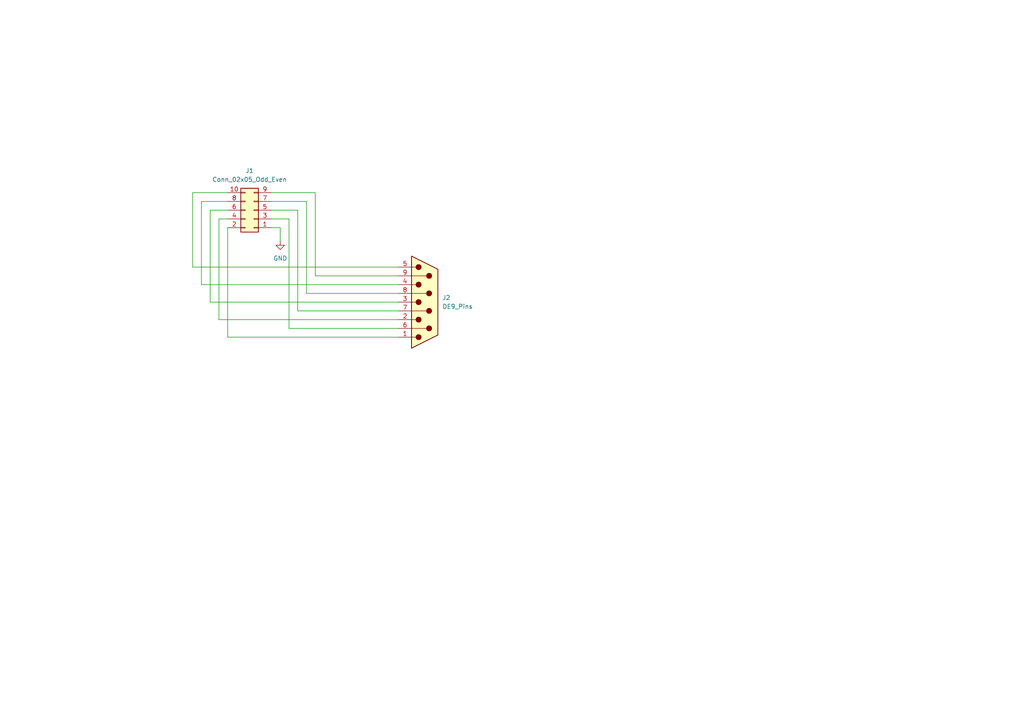
<source format=kicad_sch>
(kicad_sch
	(version 20250114)
	(generator "eeschema")
	(generator_version "9.0")
	(uuid "fcdc76af-f8dc-40a2-9790-a824fa16b307")
	(paper "A4")
	(lib_symbols
		(symbol "Connector:DE9_Pins"
			(pin_names
				(offset 1.016)
				(hide yes)
			)
			(exclude_from_sim no)
			(in_bom yes)
			(on_board yes)
			(property "Reference" "J"
				(at 0 13.97 0)
				(effects
					(font
						(size 1.27 1.27)
					)
				)
			)
			(property "Value" "DE9_Pins"
				(at 0 -14.605 0)
				(effects
					(font
						(size 1.27 1.27)
					)
				)
			)
			(property "Footprint" ""
				(at 0 0 0)
				(effects
					(font
						(size 1.27 1.27)
					)
					(hide yes)
				)
			)
			(property "Datasheet" "~"
				(at 0 0 0)
				(effects
					(font
						(size 1.27 1.27)
					)
					(hide yes)
				)
			)
			(property "Description" "9-pin D-SUB connector, pins (male)"
				(at 0 0 0)
				(effects
					(font
						(size 1.27 1.27)
					)
					(hide yes)
				)
			)
			(property "ki_keywords" "DSUB DB9"
				(at 0 0 0)
				(effects
					(font
						(size 1.27 1.27)
					)
					(hide yes)
				)
			)
			(property "ki_fp_filters" "DSUB*Pins*"
				(at 0 0 0)
				(effects
					(font
						(size 1.27 1.27)
					)
					(hide yes)
				)
			)
			(symbol "DE9_Pins_0_1"
				(polyline
					(pts
						(xy -3.81 10.16) (xy -2.54 10.16)
					)
					(stroke
						(width 0)
						(type default)
					)
					(fill
						(type none)
					)
				)
				(polyline
					(pts
						(xy -3.81 7.62) (xy 0.508 7.62)
					)
					(stroke
						(width 0)
						(type default)
					)
					(fill
						(type none)
					)
				)
				(polyline
					(pts
						(xy -3.81 5.08) (xy -2.54 5.08)
					)
					(stroke
						(width 0)
						(type default)
					)
					(fill
						(type none)
					)
				)
				(polyline
					(pts
						(xy -3.81 2.54) (xy 0.508 2.54)
					)
					(stroke
						(width 0)
						(type default)
					)
					(fill
						(type none)
					)
				)
				(polyline
					(pts
						(xy -3.81 0) (xy -2.54 0)
					)
					(stroke
						(width 0)
						(type default)
					)
					(fill
						(type none)
					)
				)
				(polyline
					(pts
						(xy -3.81 -2.54) (xy 0.508 -2.54)
					)
					(stroke
						(width 0)
						(type default)
					)
					(fill
						(type none)
					)
				)
				(polyline
					(pts
						(xy -3.81 -5.08) (xy -2.54 -5.08)
					)
					(stroke
						(width 0)
						(type default)
					)
					(fill
						(type none)
					)
				)
				(polyline
					(pts
						(xy -3.81 -7.62) (xy 0.508 -7.62)
					)
					(stroke
						(width 0)
						(type default)
					)
					(fill
						(type none)
					)
				)
				(polyline
					(pts
						(xy -3.81 -10.16) (xy -2.54 -10.16)
					)
					(stroke
						(width 0)
						(type default)
					)
					(fill
						(type none)
					)
				)
				(polyline
					(pts
						(xy -3.81 -13.335) (xy -3.81 13.335) (xy 3.81 9.525) (xy 3.81 -9.525) (xy -3.81 -13.335)
					)
					(stroke
						(width 0.254)
						(type default)
					)
					(fill
						(type background)
					)
				)
				(circle
					(center -1.778 10.16)
					(radius 0.762)
					(stroke
						(width 0)
						(type default)
					)
					(fill
						(type outline)
					)
				)
				(circle
					(center -1.778 5.08)
					(radius 0.762)
					(stroke
						(width 0)
						(type default)
					)
					(fill
						(type outline)
					)
				)
				(circle
					(center -1.778 0)
					(radius 0.762)
					(stroke
						(width 0)
						(type default)
					)
					(fill
						(type outline)
					)
				)
				(circle
					(center -1.778 -5.08)
					(radius 0.762)
					(stroke
						(width 0)
						(type default)
					)
					(fill
						(type outline)
					)
				)
				(circle
					(center -1.778 -10.16)
					(radius 0.762)
					(stroke
						(width 0)
						(type default)
					)
					(fill
						(type outline)
					)
				)
				(circle
					(center 1.27 7.62)
					(radius 0.762)
					(stroke
						(width 0)
						(type default)
					)
					(fill
						(type outline)
					)
				)
				(circle
					(center 1.27 2.54)
					(radius 0.762)
					(stroke
						(width 0)
						(type default)
					)
					(fill
						(type outline)
					)
				)
				(circle
					(center 1.27 -2.54)
					(radius 0.762)
					(stroke
						(width 0)
						(type default)
					)
					(fill
						(type outline)
					)
				)
				(circle
					(center 1.27 -7.62)
					(radius 0.762)
					(stroke
						(width 0)
						(type default)
					)
					(fill
						(type outline)
					)
				)
			)
			(symbol "DE9_Pins_1_1"
				(pin passive line
					(at -7.62 10.16 0)
					(length 3.81)
					(name "5"
						(effects
							(font
								(size 1.27 1.27)
							)
						)
					)
					(number "5"
						(effects
							(font
								(size 1.27 1.27)
							)
						)
					)
				)
				(pin passive line
					(at -7.62 7.62 0)
					(length 3.81)
					(name "9"
						(effects
							(font
								(size 1.27 1.27)
							)
						)
					)
					(number "9"
						(effects
							(font
								(size 1.27 1.27)
							)
						)
					)
				)
				(pin passive line
					(at -7.62 5.08 0)
					(length 3.81)
					(name "4"
						(effects
							(font
								(size 1.27 1.27)
							)
						)
					)
					(number "4"
						(effects
							(font
								(size 1.27 1.27)
							)
						)
					)
				)
				(pin passive line
					(at -7.62 2.54 0)
					(length 3.81)
					(name "8"
						(effects
							(font
								(size 1.27 1.27)
							)
						)
					)
					(number "8"
						(effects
							(font
								(size 1.27 1.27)
							)
						)
					)
				)
				(pin passive line
					(at -7.62 0 0)
					(length 3.81)
					(name "3"
						(effects
							(font
								(size 1.27 1.27)
							)
						)
					)
					(number "3"
						(effects
							(font
								(size 1.27 1.27)
							)
						)
					)
				)
				(pin passive line
					(at -7.62 -2.54 0)
					(length 3.81)
					(name "7"
						(effects
							(font
								(size 1.27 1.27)
							)
						)
					)
					(number "7"
						(effects
							(font
								(size 1.27 1.27)
							)
						)
					)
				)
				(pin passive line
					(at -7.62 -5.08 0)
					(length 3.81)
					(name "2"
						(effects
							(font
								(size 1.27 1.27)
							)
						)
					)
					(number "2"
						(effects
							(font
								(size 1.27 1.27)
							)
						)
					)
				)
				(pin passive line
					(at -7.62 -7.62 0)
					(length 3.81)
					(name "6"
						(effects
							(font
								(size 1.27 1.27)
							)
						)
					)
					(number "6"
						(effects
							(font
								(size 1.27 1.27)
							)
						)
					)
				)
				(pin passive line
					(at -7.62 -10.16 0)
					(length 3.81)
					(name "1"
						(effects
							(font
								(size 1.27 1.27)
							)
						)
					)
					(number "1"
						(effects
							(font
								(size 1.27 1.27)
							)
						)
					)
				)
			)
			(embedded_fonts no)
		)
		(symbol "Connector_Generic:Conn_02x05_Odd_Even"
			(pin_names
				(offset 1.016)
				(hide yes)
			)
			(exclude_from_sim no)
			(in_bom yes)
			(on_board yes)
			(property "Reference" "J"
				(at 1.27 7.62 0)
				(effects
					(font
						(size 1.27 1.27)
					)
				)
			)
			(property "Value" "Conn_02x05_Odd_Even"
				(at 1.27 -7.62 0)
				(effects
					(font
						(size 1.27 1.27)
					)
				)
			)
			(property "Footprint" ""
				(at 0 0 0)
				(effects
					(font
						(size 1.27 1.27)
					)
					(hide yes)
				)
			)
			(property "Datasheet" "~"
				(at 0 0 0)
				(effects
					(font
						(size 1.27 1.27)
					)
					(hide yes)
				)
			)
			(property "Description" "Generic connector, double row, 02x05, odd/even pin numbering scheme (row 1 odd numbers, row 2 even numbers), script generated (kicad-library-utils/schlib/autogen/connector/)"
				(at 0 0 0)
				(effects
					(font
						(size 1.27 1.27)
					)
					(hide yes)
				)
			)
			(property "ki_keywords" "connector"
				(at 0 0 0)
				(effects
					(font
						(size 1.27 1.27)
					)
					(hide yes)
				)
			)
			(property "ki_fp_filters" "Connector*:*_2x??_*"
				(at 0 0 0)
				(effects
					(font
						(size 1.27 1.27)
					)
					(hide yes)
				)
			)
			(symbol "Conn_02x05_Odd_Even_1_1"
				(rectangle
					(start -1.27 6.35)
					(end 3.81 -6.35)
					(stroke
						(width 0.254)
						(type default)
					)
					(fill
						(type background)
					)
				)
				(rectangle
					(start -1.27 5.207)
					(end 0 4.953)
					(stroke
						(width 0.1524)
						(type default)
					)
					(fill
						(type none)
					)
				)
				(rectangle
					(start -1.27 2.667)
					(end 0 2.413)
					(stroke
						(width 0.1524)
						(type default)
					)
					(fill
						(type none)
					)
				)
				(rectangle
					(start -1.27 0.127)
					(end 0 -0.127)
					(stroke
						(width 0.1524)
						(type default)
					)
					(fill
						(type none)
					)
				)
				(rectangle
					(start -1.27 -2.413)
					(end 0 -2.667)
					(stroke
						(width 0.1524)
						(type default)
					)
					(fill
						(type none)
					)
				)
				(rectangle
					(start -1.27 -4.953)
					(end 0 -5.207)
					(stroke
						(width 0.1524)
						(type default)
					)
					(fill
						(type none)
					)
				)
				(rectangle
					(start 3.81 5.207)
					(end 2.54 4.953)
					(stroke
						(width 0.1524)
						(type default)
					)
					(fill
						(type none)
					)
				)
				(rectangle
					(start 3.81 2.667)
					(end 2.54 2.413)
					(stroke
						(width 0.1524)
						(type default)
					)
					(fill
						(type none)
					)
				)
				(rectangle
					(start 3.81 0.127)
					(end 2.54 -0.127)
					(stroke
						(width 0.1524)
						(type default)
					)
					(fill
						(type none)
					)
				)
				(rectangle
					(start 3.81 -2.413)
					(end 2.54 -2.667)
					(stroke
						(width 0.1524)
						(type default)
					)
					(fill
						(type none)
					)
				)
				(rectangle
					(start 3.81 -4.953)
					(end 2.54 -5.207)
					(stroke
						(width 0.1524)
						(type default)
					)
					(fill
						(type none)
					)
				)
				(pin passive line
					(at -5.08 5.08 0)
					(length 3.81)
					(name "Pin_1"
						(effects
							(font
								(size 1.27 1.27)
							)
						)
					)
					(number "1"
						(effects
							(font
								(size 1.27 1.27)
							)
						)
					)
				)
				(pin passive line
					(at -5.08 2.54 0)
					(length 3.81)
					(name "Pin_3"
						(effects
							(font
								(size 1.27 1.27)
							)
						)
					)
					(number "3"
						(effects
							(font
								(size 1.27 1.27)
							)
						)
					)
				)
				(pin passive line
					(at -5.08 0 0)
					(length 3.81)
					(name "Pin_5"
						(effects
							(font
								(size 1.27 1.27)
							)
						)
					)
					(number "5"
						(effects
							(font
								(size 1.27 1.27)
							)
						)
					)
				)
				(pin passive line
					(at -5.08 -2.54 0)
					(length 3.81)
					(name "Pin_7"
						(effects
							(font
								(size 1.27 1.27)
							)
						)
					)
					(number "7"
						(effects
							(font
								(size 1.27 1.27)
							)
						)
					)
				)
				(pin passive line
					(at -5.08 -5.08 0)
					(length 3.81)
					(name "Pin_9"
						(effects
							(font
								(size 1.27 1.27)
							)
						)
					)
					(number "9"
						(effects
							(font
								(size 1.27 1.27)
							)
						)
					)
				)
				(pin passive line
					(at 7.62 5.08 180)
					(length 3.81)
					(name "Pin_2"
						(effects
							(font
								(size 1.27 1.27)
							)
						)
					)
					(number "2"
						(effects
							(font
								(size 1.27 1.27)
							)
						)
					)
				)
				(pin passive line
					(at 7.62 2.54 180)
					(length 3.81)
					(name "Pin_4"
						(effects
							(font
								(size 1.27 1.27)
							)
						)
					)
					(number "4"
						(effects
							(font
								(size 1.27 1.27)
							)
						)
					)
				)
				(pin passive line
					(at 7.62 0 180)
					(length 3.81)
					(name "Pin_6"
						(effects
							(font
								(size 1.27 1.27)
							)
						)
					)
					(number "6"
						(effects
							(font
								(size 1.27 1.27)
							)
						)
					)
				)
				(pin passive line
					(at 7.62 -2.54 180)
					(length 3.81)
					(name "Pin_8"
						(effects
							(font
								(size 1.27 1.27)
							)
						)
					)
					(number "8"
						(effects
							(font
								(size 1.27 1.27)
							)
						)
					)
				)
				(pin passive line
					(at 7.62 -5.08 180)
					(length 3.81)
					(name "Pin_10"
						(effects
							(font
								(size 1.27 1.27)
							)
						)
					)
					(number "10"
						(effects
							(font
								(size 1.27 1.27)
							)
						)
					)
				)
			)
			(embedded_fonts no)
		)
		(symbol "power:GND"
			(power)
			(pin_numbers
				(hide yes)
			)
			(pin_names
				(offset 0)
				(hide yes)
			)
			(exclude_from_sim no)
			(in_bom yes)
			(on_board yes)
			(property "Reference" "#PWR"
				(at 0 -6.35 0)
				(effects
					(font
						(size 1.27 1.27)
					)
					(hide yes)
				)
			)
			(property "Value" "GND"
				(at 0 -3.81 0)
				(effects
					(font
						(size 1.27 1.27)
					)
				)
			)
			(property "Footprint" ""
				(at 0 0 0)
				(effects
					(font
						(size 1.27 1.27)
					)
					(hide yes)
				)
			)
			(property "Datasheet" ""
				(at 0 0 0)
				(effects
					(font
						(size 1.27 1.27)
					)
					(hide yes)
				)
			)
			(property "Description" "Power symbol creates a global label with name \"GND\" , ground"
				(at 0 0 0)
				(effects
					(font
						(size 1.27 1.27)
					)
					(hide yes)
				)
			)
			(property "ki_keywords" "global power"
				(at 0 0 0)
				(effects
					(font
						(size 1.27 1.27)
					)
					(hide yes)
				)
			)
			(symbol "GND_0_1"
				(polyline
					(pts
						(xy 0 0) (xy 0 -1.27) (xy 1.27 -1.27) (xy 0 -2.54) (xy -1.27 -1.27) (xy 0 -1.27)
					)
					(stroke
						(width 0)
						(type default)
					)
					(fill
						(type none)
					)
				)
			)
			(symbol "GND_1_1"
				(pin power_in line
					(at 0 0 270)
					(length 0)
					(name "~"
						(effects
							(font
								(size 1.27 1.27)
							)
						)
					)
					(number "1"
						(effects
							(font
								(size 1.27 1.27)
							)
						)
					)
				)
			)
			(embedded_fonts no)
		)
	)
	(wire
		(pts
			(xy 66.04 63.5) (xy 63.5 63.5)
		)
		(stroke
			(width 0)
			(type default)
		)
		(uuid "06ac544a-51a8-454a-a455-1b1fbbfb4ac3")
	)
	(wire
		(pts
			(xy 86.36 90.17) (xy 115.57 90.17)
		)
		(stroke
			(width 0)
			(type default)
		)
		(uuid "08e58baf-0a9d-4add-97c5-f8397cb76bf8")
	)
	(wire
		(pts
			(xy 63.5 63.5) (xy 63.5 92.71)
		)
		(stroke
			(width 0)
			(type default)
		)
		(uuid "0f1a4af2-8c03-41a8-8450-4d13d837a4a8")
	)
	(wire
		(pts
			(xy 78.74 58.42) (xy 88.9 58.42)
		)
		(stroke
			(width 0)
			(type default)
		)
		(uuid "0ff0f0bb-ed02-4726-a5ff-d70f1ba2f07b")
	)
	(wire
		(pts
			(xy 91.44 55.88) (xy 91.44 80.01)
		)
		(stroke
			(width 0)
			(type default)
		)
		(uuid "13940cb5-55bb-48b4-b826-a3848eba816d")
	)
	(wire
		(pts
			(xy 66.04 58.42) (xy 58.42 58.42)
		)
		(stroke
			(width 0)
			(type default)
		)
		(uuid "180340f3-7388-4a81-970f-d77e9c604f6b")
	)
	(wire
		(pts
			(xy 58.42 82.55) (xy 115.57 82.55)
		)
		(stroke
			(width 0)
			(type default)
		)
		(uuid "1ecfcff1-ae74-4df7-9017-8d125061ee0e")
	)
	(wire
		(pts
			(xy 83.82 63.5) (xy 83.82 95.25)
		)
		(stroke
			(width 0)
			(type default)
		)
		(uuid "271ecd13-4e8e-47b0-bbe7-1972ec001935")
	)
	(wire
		(pts
			(xy 55.88 77.47) (xy 115.57 77.47)
		)
		(stroke
			(width 0)
			(type default)
		)
		(uuid "28f6f2d0-07ab-4dc7-9214-0ef6b0863c11")
	)
	(wire
		(pts
			(xy 66.04 97.79) (xy 115.57 97.79)
		)
		(stroke
			(width 0)
			(type default)
		)
		(uuid "29b1aabc-0c74-4a4f-bc33-5cdafea0ca02")
	)
	(wire
		(pts
			(xy 91.44 80.01) (xy 115.57 80.01)
		)
		(stroke
			(width 0)
			(type default)
		)
		(uuid "2ea8acd7-6333-4fdf-9e29-998022f726c1")
	)
	(wire
		(pts
			(xy 66.04 55.88) (xy 55.88 55.88)
		)
		(stroke
			(width 0)
			(type default)
		)
		(uuid "46a51c55-1505-4946-9a3f-413ccbaf975d")
	)
	(wire
		(pts
			(xy 60.96 60.96) (xy 60.96 87.63)
		)
		(stroke
			(width 0)
			(type default)
		)
		(uuid "597b1c52-8cc3-4fc9-a712-7b12123695e5")
	)
	(wire
		(pts
			(xy 86.36 60.96) (xy 86.36 90.17)
		)
		(stroke
			(width 0)
			(type default)
		)
		(uuid "6111c177-2874-46a1-bdf2-4a213c8b4aca")
	)
	(wire
		(pts
			(xy 78.74 63.5) (xy 83.82 63.5)
		)
		(stroke
			(width 0)
			(type default)
		)
		(uuid "6156adad-ab72-4af4-8061-8705a1dc760a")
	)
	(wire
		(pts
			(xy 88.9 85.09) (xy 115.57 85.09)
		)
		(stroke
			(width 0)
			(type default)
		)
		(uuid "636b5a5b-8852-42d9-8d99-8243eeb32764")
	)
	(wire
		(pts
			(xy 55.88 55.88) (xy 55.88 77.47)
		)
		(stroke
			(width 0)
			(type default)
		)
		(uuid "7acdf8d5-6829-4c57-a658-392a1b7d2ce6")
	)
	(wire
		(pts
			(xy 88.9 58.42) (xy 88.9 85.09)
		)
		(stroke
			(width 0)
			(type default)
		)
		(uuid "89186da8-8458-4a2f-a237-2867b4b85c4a")
	)
	(wire
		(pts
			(xy 58.42 58.42) (xy 58.42 82.55)
		)
		(stroke
			(width 0)
			(type default)
		)
		(uuid "8f24ef48-b7cb-4010-b60d-e983bd98deb5")
	)
	(wire
		(pts
			(xy 60.96 87.63) (xy 115.57 87.63)
		)
		(stroke
			(width 0)
			(type default)
		)
		(uuid "9b71d79a-6e80-41af-94f2-9d38a3614ccc")
	)
	(wire
		(pts
			(xy 66.04 60.96) (xy 60.96 60.96)
		)
		(stroke
			(width 0)
			(type default)
		)
		(uuid "9cd932f1-26e3-40b6-a17b-927deced9faf")
	)
	(wire
		(pts
			(xy 78.74 60.96) (xy 86.36 60.96)
		)
		(stroke
			(width 0)
			(type default)
		)
		(uuid "9e2ba9c1-f43b-4398-aa04-7c511d43b8bf")
	)
	(wire
		(pts
			(xy 81.28 69.85) (xy 81.28 66.04)
		)
		(stroke
			(width 0)
			(type default)
		)
		(uuid "a5d7abe0-eb76-4aeb-a3b8-36107b043d54")
	)
	(wire
		(pts
			(xy 63.5 92.71) (xy 115.57 92.71)
		)
		(stroke
			(width 0)
			(type default)
		)
		(uuid "bcd98838-c7dc-457f-8aa9-aeac43d570a5")
	)
	(wire
		(pts
			(xy 78.74 55.88) (xy 91.44 55.88)
		)
		(stroke
			(width 0)
			(type default)
		)
		(uuid "eb85b322-d8dc-482e-80be-e151565b7fa2")
	)
	(wire
		(pts
			(xy 66.04 66.04) (xy 66.04 97.79)
		)
		(stroke
			(width 0)
			(type default)
		)
		(uuid "f32b5b38-3a06-4fd0-96a5-4fabacba610a")
	)
	(wire
		(pts
			(xy 83.82 95.25) (xy 115.57 95.25)
		)
		(stroke
			(width 0)
			(type default)
		)
		(uuid "f8cbb264-6adf-4036-ad6a-22d732450a0c")
	)
	(wire
		(pts
			(xy 81.28 66.04) (xy 78.74 66.04)
		)
		(stroke
			(width 0)
			(type default)
		)
		(uuid "ffc2091e-be42-4c30-a256-bf9747d7c480")
	)
	(symbol
		(lib_id "Connector:DE9_Pins")
		(at 123.19 87.63 0)
		(unit 1)
		(exclude_from_sim no)
		(in_bom yes)
		(on_board yes)
		(dnp no)
		(fields_autoplaced yes)
		(uuid "17970a0c-2726-4238-94d5-b54f199233be")
		(property "Reference" "J2"
			(at 128.27 86.3599 0)
			(effects
				(font
					(size 1.27 1.27)
				)
				(justify left)
			)
		)
		(property "Value" "DE9_Pins"
			(at 128.27 88.8999 0)
			(effects
				(font
					(size 1.27 1.27)
				)
				(justify left)
			)
		)
		(property "Footprint" "Library:db9_side-mount"
			(at 123.19 87.63 0)
			(effects
				(font
					(size 1.27 1.27)
				)
				(hide yes)
			)
		)
		(property "Datasheet" "~"
			(at 123.19 87.63 0)
			(effects
				(font
					(size 1.27 1.27)
				)
				(hide yes)
			)
		)
		(property "Description" "9-pin D-SUB connector, pins (male)"
			(at 123.19 87.63 0)
			(effects
				(font
					(size 1.27 1.27)
				)
				(hide yes)
			)
		)
		(pin "8"
			(uuid "d29a7560-f3d8-4b26-a576-4a59a1f91925")
		)
		(pin "3"
			(uuid "49d19475-0e31-47b7-861c-aa9b190a0f53")
		)
		(pin "2"
			(uuid "7608d207-198a-4fd2-9fb0-73cefee8135d")
		)
		(pin "7"
			(uuid "c0c1076a-121b-42e3-afb5-a3d65627acef")
		)
		(pin "4"
			(uuid "35d4a38a-d537-4fc8-a7ba-60c6fd0b0159")
		)
		(pin "6"
			(uuid "e863ec6a-c16c-413e-8041-7d3b7405bdd3")
		)
		(pin "1"
			(uuid "3b444623-8854-4847-a342-e1bbc993a0ef")
		)
		(pin "9"
			(uuid "a341ef46-6d03-4ac6-9218-dbf4f4cc2a28")
		)
		(pin "5"
			(uuid "e9236fcb-0478-496a-98fd-322e9e9a2f74")
		)
		(instances
			(project ""
				(path "/fcdc76af-f8dc-40a2-9790-a824fa16b307"
					(reference "J2")
					(unit 1)
				)
			)
		)
	)
	(symbol
		(lib_id "Connector_Generic:Conn_02x05_Odd_Even")
		(at 73.66 60.96 180)
		(unit 1)
		(exclude_from_sim no)
		(in_bom yes)
		(on_board yes)
		(dnp no)
		(fields_autoplaced yes)
		(uuid "1a074632-a6d9-4a60-b818-7c927b8ecc72")
		(property "Reference" "J1"
			(at 72.39 49.53 0)
			(effects
				(font
					(size 1.27 1.27)
				)
			)
		)
		(property "Value" "Conn_02x05_Odd_Even"
			(at 72.39 52.07 0)
			(effects
				(font
					(size 1.27 1.27)
				)
			)
		)
		(property "Footprint" "Library:2.0mm_header_side-mount"
			(at 73.66 60.96 0)
			(effects
				(font
					(size 1.27 1.27)
				)
				(hide yes)
			)
		)
		(property "Datasheet" "~"
			(at 73.66 60.96 0)
			(effects
				(font
					(size 1.27 1.27)
				)
				(hide yes)
			)
		)
		(property "Description" "Generic connector, double row, 02x05, odd/even pin numbering scheme (row 1 odd numbers, row 2 even numbers), script generated (kicad-library-utils/schlib/autogen/connector/)"
			(at 73.66 60.96 0)
			(effects
				(font
					(size 1.27 1.27)
				)
				(hide yes)
			)
		)
		(pin "2"
			(uuid "cfbb8a0f-2c0e-45ce-9c10-d1203e01dd17")
		)
		(pin "5"
			(uuid "d03201c2-e1b3-41c1-bfcb-ed98f7d03cc7")
		)
		(pin "9"
			(uuid "a9421612-ae1b-48ea-b757-5ef9ee876e30")
		)
		(pin "7"
			(uuid "929a5186-ab04-4471-a335-c53a7dadcbbd")
		)
		(pin "1"
			(uuid "d095170f-9901-45f4-9dfe-a14c1552d332")
		)
		(pin "10"
			(uuid "4efcfce6-c1dc-4926-807e-f1165b414df7")
		)
		(pin "4"
			(uuid "349ea8a2-8820-4eab-87ef-0175a47c4fcf")
		)
		(pin "3"
			(uuid "2787a075-f01a-417c-8ead-95e946dc4d6f")
		)
		(pin "6"
			(uuid "1030e3a6-ca7d-4584-be3f-176f298efb3f")
		)
		(pin "8"
			(uuid "c4def8e8-b96e-414e-b435-d34bb3e373e5")
		)
		(instances
			(project ""
				(path "/fcdc76af-f8dc-40a2-9790-a824fa16b307"
					(reference "J1")
					(unit 1)
				)
			)
		)
	)
	(symbol
		(lib_id "power:GND")
		(at 81.28 69.85 0)
		(unit 1)
		(exclude_from_sim no)
		(in_bom yes)
		(on_board yes)
		(dnp no)
		(fields_autoplaced yes)
		(uuid "e2b3e6fe-9381-4be3-8a34-ccdcf4be1554")
		(property "Reference" "#PWR01"
			(at 81.28 76.2 0)
			(effects
				(font
					(size 1.27 1.27)
				)
				(hide yes)
			)
		)
		(property "Value" "GND"
			(at 81.28 74.93 0)
			(effects
				(font
					(size 1.27 1.27)
				)
			)
		)
		(property "Footprint" ""
			(at 81.28 69.85 0)
			(effects
				(font
					(size 1.27 1.27)
				)
				(hide yes)
			)
		)
		(property "Datasheet" ""
			(at 81.28 69.85 0)
			(effects
				(font
					(size 1.27 1.27)
				)
				(hide yes)
			)
		)
		(property "Description" "Power symbol creates a global label with name \"GND\" , ground"
			(at 81.28 69.85 0)
			(effects
				(font
					(size 1.27 1.27)
				)
				(hide yes)
			)
		)
		(pin "1"
			(uuid "e6f63989-16bf-45f4-8d51-be705d198930")
		)
		(instances
			(project ""
				(path "/fcdc76af-f8dc-40a2-9790-a824fa16b307"
					(reference "#PWR01")
					(unit 1)
				)
			)
		)
	)
	(sheet_instances
		(path "/"
			(page "1")
		)
	)
	(embedded_fonts no)
)

</source>
